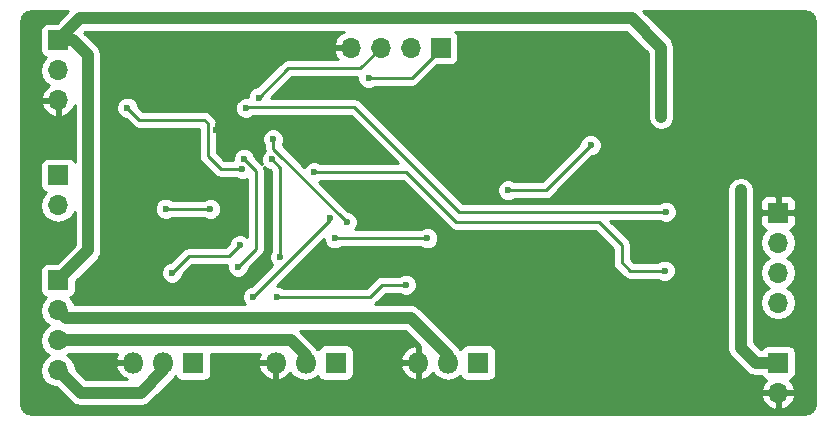
<source format=gbr>
%TF.GenerationSoftware,KiCad,Pcbnew,4.0.7-e2-6376~58~ubuntu17.04.1*%
%TF.CreationDate,2017-10-02T14:32:41+02:00*%
%TF.ProjectId,motion_led_pcb,6D6F74696F6E5F6C65645F7063622E6B,rev?*%
%TF.FileFunction,Copper,L2,Bot,Signal*%
%FSLAX46Y46*%
G04 Gerber Fmt 4.6, Leading zero omitted, Abs format (unit mm)*
G04 Created by KiCad (PCBNEW 4.0.7-e2-6376~58~ubuntu17.04.1) date Mon Oct  2 14:32:41 2017*
%MOMM*%
%LPD*%
G01*
G04 APERTURE LIST*
%ADD10C,0.100000*%
%ADD11R,1.700000X1.700000*%
%ADD12O,1.700000X1.700000*%
%ADD13R,1.800000X1.800000*%
%ADD14O,1.800000X1.800000*%
%ADD15C,0.600000*%
%ADD16C,0.250000*%
%ADD17C,1.000000*%
%ADD18C,0.254000*%
G04 APERTURE END LIST*
D10*
D11*
X3810000Y12065000D03*
D12*
X3810000Y9525000D03*
X3810000Y6985000D03*
X3810000Y4445000D03*
D11*
X36195000Y31750000D03*
D12*
X33655000Y31750000D03*
X31115000Y31750000D03*
X28575000Y31750000D03*
D11*
X3810000Y32385000D03*
D12*
X3810000Y29845000D03*
X3810000Y27305000D03*
D11*
X64770000Y17780000D03*
D12*
X64770000Y15240000D03*
X64770000Y12700000D03*
X64770000Y10160000D03*
D13*
X39370000Y5080000D03*
D14*
X36830000Y5080000D03*
X34290000Y5080000D03*
D13*
X27305000Y5080000D03*
D14*
X24765000Y5080000D03*
X22225000Y5080000D03*
D13*
X15240000Y5080000D03*
D14*
X12700000Y5080000D03*
X10160000Y5080000D03*
D11*
X3810000Y20955000D03*
D12*
X3810000Y18415000D03*
D11*
X64770000Y5080000D03*
D12*
X64770000Y2540000D03*
D15*
X19558000Y22352000D03*
X19050000Y13208000D03*
X33274000Y11684000D03*
X22352000Y10668000D03*
X30099000Y29210000D03*
X41910000Y19685000D03*
X48895000Y23495000D03*
X17475200Y17272000D03*
X27076400Y28067000D03*
X44932600Y10058400D03*
X55219600Y1879600D03*
X55245000Y8280400D03*
X29210000Y18415000D03*
X19050000Y27305000D03*
X17145000Y24765000D03*
X64135000Y29845000D03*
X47625000Y23495000D03*
X52070000Y19685000D03*
X54864000Y25908000D03*
X61595000Y19685000D03*
X19710400Y26644600D03*
X55270400Y17856200D03*
X25476200Y21209000D03*
X55168800Y12877800D03*
X20802600Y27533600D03*
X19405600Y21513800D03*
X9677400Y26670000D03*
X28244800Y16992600D03*
X22021800Y24003000D03*
X21920200Y22301200D03*
X22631400Y14046200D03*
X26797000Y17297400D03*
X20320000Y10668000D03*
X16713200Y18084800D03*
X12928600Y18110200D03*
X19202400Y15011400D03*
X13462000Y12700000D03*
X35077400Y15621000D03*
X27228800Y15621000D03*
D16*
X20574000Y21336000D02*
X19558000Y22352000D01*
X20574000Y14732000D02*
X20574000Y21336000D01*
X19050000Y13208000D02*
X20574000Y14732000D01*
X31242000Y11684000D02*
X33274000Y11684000D01*
X30226000Y10668000D02*
X31242000Y11684000D01*
X22352000Y10668000D02*
X30226000Y10668000D01*
X33782000Y29210000D02*
X36195000Y31623000D01*
X32867600Y29210000D02*
X33782000Y29210000D01*
X30099000Y29210000D02*
X32867600Y29210000D01*
X36195000Y31623000D02*
X36195000Y31750000D01*
X45085000Y19685000D02*
X41910000Y19685000D01*
X48895000Y23495000D02*
X45085000Y19685000D01*
X19050000Y27305000D02*
X17145000Y25400000D01*
X17145000Y25400000D02*
X17145000Y24765000D01*
D17*
X5664200Y34239200D02*
X3810000Y32385000D01*
X52374800Y34239200D02*
X5664200Y34239200D01*
X54864000Y31750000D02*
X52374800Y34239200D01*
X54864000Y25908000D02*
X54864000Y31750000D01*
X3810000Y32385000D02*
X5080000Y32385000D01*
X5080000Y32385000D02*
X6350000Y31115000D01*
X6350000Y31115000D02*
X6350000Y14605000D01*
X6350000Y14605000D02*
X3810000Y12065000D01*
X62865000Y5080000D02*
X64770000Y5080000D01*
X61595000Y6350000D02*
X62865000Y5080000D01*
X61595000Y19685000D02*
X61595000Y6350000D01*
D16*
X19710400Y26644600D02*
X19786600Y26720800D01*
X19786600Y26720800D02*
X28905200Y26720800D01*
X28905200Y26720800D02*
X37769800Y17856200D01*
X37769800Y17856200D02*
X55270400Y17856200D01*
X25476200Y21209000D02*
X33299400Y21209000D01*
X33299400Y21209000D02*
X37515800Y16992600D01*
X37515800Y16992600D02*
X49606200Y16992600D01*
X49606200Y16992600D02*
X51536600Y15062200D01*
X51536600Y15062200D02*
X51536600Y13589000D01*
X51536600Y13589000D02*
X52247800Y12877800D01*
X52247800Y12877800D02*
X55168800Y12877800D01*
D17*
X36830000Y5080000D02*
X36830000Y5715000D01*
X36830000Y5715000D02*
X33655000Y8890000D01*
X33655000Y8890000D02*
X4445000Y8890000D01*
X4445000Y8890000D02*
X3810000Y9525000D01*
X24765000Y5080000D02*
X24765000Y5715000D01*
X24765000Y5715000D02*
X23495000Y6985000D01*
X23495000Y6985000D02*
X3810000Y6985000D01*
X12700000Y5080000D02*
X12700000Y4445000D01*
X12700000Y4445000D02*
X10795000Y2540000D01*
X10795000Y2540000D02*
X5715000Y2540000D01*
X5715000Y2540000D02*
X3810000Y4445000D01*
D16*
X20802600Y27533600D02*
X23291800Y30022800D01*
X23291800Y30022800D02*
X29387800Y30022800D01*
X29387800Y30022800D02*
X31115000Y31750000D01*
X17576800Y21513800D02*
X19405600Y21513800D01*
X16484600Y22606000D02*
X17576800Y21513800D01*
X16484600Y25349200D02*
X16484600Y22606000D01*
X16179800Y25654000D02*
X16484600Y25349200D01*
X10693400Y25654000D02*
X16179800Y25654000D01*
X9677400Y26670000D02*
X10693400Y25654000D01*
X28244800Y16992600D02*
X22021800Y23215600D01*
X22021800Y23215600D02*
X22021800Y24003000D01*
X21920200Y22301200D02*
X22631400Y21590000D01*
X22631400Y21590000D02*
X22631400Y14046200D01*
X26797000Y17297400D02*
X26797000Y17145000D01*
X26797000Y17145000D02*
X20320000Y10668000D01*
X16713200Y18084800D02*
X16687800Y18110200D01*
X16687800Y18110200D02*
X12928600Y18110200D01*
X19202400Y15011400D02*
X18288000Y14097000D01*
X18288000Y14097000D02*
X14859000Y14097000D01*
X14859000Y14097000D02*
X13462000Y12700000D01*
X35077400Y15621000D02*
X27228800Y15621000D01*
D18*
G36*
X3702308Y33882440D02*
X2960000Y33882440D01*
X2724683Y33838162D01*
X2508559Y33699090D01*
X2363569Y33486890D01*
X2312560Y33235000D01*
X2312560Y31535000D01*
X2356838Y31299683D01*
X2495910Y31083559D01*
X2708110Y30938569D01*
X2775541Y30924914D01*
X2730853Y30895054D01*
X2408946Y30413285D01*
X2295907Y29845000D01*
X2408946Y29276715D01*
X2730853Y28794946D01*
X3071553Y28567298D01*
X2928642Y28500183D01*
X2538355Y28071924D01*
X2368524Y27661890D01*
X2489845Y27432000D01*
X3683000Y27432000D01*
X3683000Y27452000D01*
X3937000Y27452000D01*
X3937000Y27432000D01*
X3957000Y27432000D01*
X3957000Y27178000D01*
X3937000Y27178000D01*
X3937000Y25984181D01*
X4166892Y25863514D01*
X4691358Y26109817D01*
X5081645Y26538076D01*
X5215000Y26860044D01*
X5215000Y22115163D01*
X5124090Y22256441D01*
X4911890Y22401431D01*
X4660000Y22452440D01*
X2960000Y22452440D01*
X2724683Y22408162D01*
X2508559Y22269090D01*
X2363569Y22056890D01*
X2312560Y21805000D01*
X2312560Y20105000D01*
X2356838Y19869683D01*
X2495910Y19653559D01*
X2708110Y19508569D01*
X2775541Y19494914D01*
X2730853Y19465054D01*
X2408946Y18983285D01*
X2295907Y18415000D01*
X2408946Y17846715D01*
X2730853Y17364946D01*
X3212622Y17043039D01*
X3780907Y16930000D01*
X3839093Y16930000D01*
X4407378Y17043039D01*
X4889147Y17364946D01*
X5211054Y17846715D01*
X5215000Y17866553D01*
X5215000Y15075133D01*
X3702308Y13562440D01*
X2960000Y13562440D01*
X2724683Y13518162D01*
X2508559Y13379090D01*
X2363569Y13166890D01*
X2312560Y12915000D01*
X2312560Y11215000D01*
X2356838Y10979683D01*
X2495910Y10763559D01*
X2708110Y10618569D01*
X2775541Y10604914D01*
X2730853Y10575054D01*
X2408946Y10093285D01*
X2295907Y9525000D01*
X2408946Y8956715D01*
X2730853Y8474946D01*
X3060026Y8255000D01*
X2730853Y8035054D01*
X2408946Y7553285D01*
X2295907Y6985000D01*
X2408946Y6416715D01*
X2730853Y5934946D01*
X3060026Y5715000D01*
X2730853Y5495054D01*
X2408946Y5013285D01*
X2295907Y4445000D01*
X2408946Y3876715D01*
X2730853Y3394946D01*
X3212622Y3073039D01*
X3667263Y2982605D01*
X4912434Y1737434D01*
X5280654Y1491397D01*
X5715000Y1405000D01*
X10795000Y1405000D01*
X11229346Y1491397D01*
X11597566Y1737434D01*
X12043242Y2183110D01*
X63328524Y2183110D01*
X63498355Y1773076D01*
X63888642Y1344817D01*
X64413108Y1098514D01*
X64643000Y1219181D01*
X64643000Y2413000D01*
X64897000Y2413000D01*
X64897000Y1219181D01*
X65126892Y1098514D01*
X65651358Y1344817D01*
X66041645Y1773076D01*
X66211476Y2183110D01*
X66090155Y2413000D01*
X64897000Y2413000D01*
X64643000Y2413000D01*
X63449845Y2413000D01*
X63328524Y2183110D01*
X12043242Y2183110D01*
X13502566Y3642434D01*
X13593522Y3778559D01*
X13675272Y3900906D01*
X13738026Y3942837D01*
X13875910Y3728559D01*
X14088110Y3583569D01*
X14340000Y3532560D01*
X16140000Y3532560D01*
X16375317Y3576838D01*
X16591441Y3715910D01*
X16736431Y3928110D01*
X16787440Y4180000D01*
X16787440Y4715260D01*
X20733964Y4715260D01*
X20912760Y4283583D01*
X21317424Y3842034D01*
X21860258Y3588954D01*
X22098000Y3709003D01*
X22098000Y4953000D01*
X20854622Y4953000D01*
X20733964Y4715260D01*
X16787440Y4715260D01*
X16787440Y5850000D01*
X20901818Y5850000D01*
X20733964Y5444740D01*
X20854622Y5207000D01*
X22098000Y5207000D01*
X22098000Y5227000D01*
X22352000Y5227000D01*
X22352000Y5207000D01*
X22372000Y5207000D01*
X22372000Y4953000D01*
X22352000Y4953000D01*
X22352000Y3709003D01*
X22589742Y3588954D01*
X23132576Y3842034D01*
X23490499Y4232582D01*
X23649519Y3994591D01*
X24147509Y3661845D01*
X24734928Y3545000D01*
X24795072Y3545000D01*
X25382491Y3661845D01*
X25803026Y3942837D01*
X25940910Y3728559D01*
X26153110Y3583569D01*
X26405000Y3532560D01*
X28205000Y3532560D01*
X28440317Y3576838D01*
X28656441Y3715910D01*
X28801431Y3928110D01*
X28852440Y4180000D01*
X28852440Y4715260D01*
X32798964Y4715260D01*
X32977760Y4283583D01*
X33382424Y3842034D01*
X33925258Y3588954D01*
X34163000Y3709003D01*
X34163000Y4953000D01*
X32919622Y4953000D01*
X32798964Y4715260D01*
X28852440Y4715260D01*
X28852440Y5444740D01*
X32798964Y5444740D01*
X32919622Y5207000D01*
X34163000Y5207000D01*
X34163000Y6450997D01*
X33925258Y6571046D01*
X33382424Y6317966D01*
X32977760Y5876417D01*
X32798964Y5444740D01*
X28852440Y5444740D01*
X28852440Y5980000D01*
X28808162Y6215317D01*
X28669090Y6431441D01*
X28456890Y6576431D01*
X28205000Y6627440D01*
X26405000Y6627440D01*
X26169683Y6583162D01*
X25953559Y6444090D01*
X25808569Y6231890D01*
X25805281Y6215656D01*
X25740272Y6259094D01*
X25567566Y6517566D01*
X24330132Y7755000D01*
X33184868Y7755000D01*
X34464756Y6475112D01*
X34417000Y6450997D01*
X34417000Y5207000D01*
X34437000Y5207000D01*
X34437000Y4953000D01*
X34417000Y4953000D01*
X34417000Y3709003D01*
X34654742Y3588954D01*
X35197576Y3842034D01*
X35555499Y4232582D01*
X35714519Y3994591D01*
X36212509Y3661845D01*
X36799928Y3545000D01*
X36860072Y3545000D01*
X37447491Y3661845D01*
X37868026Y3942837D01*
X38005910Y3728559D01*
X38218110Y3583569D01*
X38470000Y3532560D01*
X40270000Y3532560D01*
X40505317Y3576838D01*
X40721441Y3715910D01*
X40866431Y3928110D01*
X40917440Y4180000D01*
X40917440Y5980000D01*
X40873162Y6215317D01*
X40734090Y6431441D01*
X40521890Y6576431D01*
X40270000Y6627440D01*
X38470000Y6627440D01*
X38234683Y6583162D01*
X38018559Y6444090D01*
X37873569Y6231890D01*
X37870281Y6215656D01*
X37805272Y6259094D01*
X37632566Y6517566D01*
X34457566Y9692566D01*
X34396810Y9733162D01*
X34089346Y9938603D01*
X33655000Y10025000D01*
X30605360Y10025000D01*
X30763401Y10130599D01*
X31556802Y10924000D01*
X32711537Y10924000D01*
X32743673Y10891808D01*
X33087201Y10749162D01*
X33459167Y10748838D01*
X33802943Y10890883D01*
X34066192Y11153673D01*
X34208838Y11497201D01*
X34209162Y11869167D01*
X34067117Y12212943D01*
X33804327Y12476192D01*
X33460799Y12618838D01*
X33088833Y12619162D01*
X32745057Y12477117D01*
X32711882Y12444000D01*
X31242000Y12444000D01*
X30951161Y12386148D01*
X30704599Y12221401D01*
X29911198Y11428000D01*
X22914463Y11428000D01*
X22882327Y11460192D01*
X22538799Y11602838D01*
X22329822Y11603020D01*
X26293752Y15566950D01*
X26293638Y15435833D01*
X26435683Y15092057D01*
X26698473Y14828808D01*
X27042001Y14686162D01*
X27413967Y14685838D01*
X27757743Y14827883D01*
X27790918Y14861000D01*
X34514937Y14861000D01*
X34547073Y14828808D01*
X34890601Y14686162D01*
X35262567Y14685838D01*
X35606343Y14827883D01*
X35869592Y15090673D01*
X36012238Y15434201D01*
X36012562Y15806167D01*
X35870517Y16149943D01*
X35607727Y16413192D01*
X35264199Y16555838D01*
X34892233Y16556162D01*
X34548457Y16414117D01*
X34515282Y16381000D01*
X28955577Y16381000D01*
X29036992Y16462273D01*
X29179638Y16805801D01*
X29179962Y17177767D01*
X29037917Y17521543D01*
X28775127Y17784792D01*
X28431599Y17927438D01*
X28384723Y17927479D01*
X25928137Y20384065D01*
X26005143Y20415883D01*
X26038318Y20449000D01*
X32984598Y20449000D01*
X36978399Y16455199D01*
X37224961Y16290452D01*
X37515800Y16232600D01*
X49291398Y16232600D01*
X50776600Y14747398D01*
X50776600Y13589000D01*
X50834452Y13298161D01*
X50999199Y13051599D01*
X51710399Y12340399D01*
X51956961Y12175652D01*
X52247800Y12117800D01*
X54606337Y12117800D01*
X54638473Y12085608D01*
X54982001Y11942962D01*
X55353967Y11942638D01*
X55697743Y12084683D01*
X55960992Y12347473D01*
X56103638Y12691001D01*
X56103962Y13062967D01*
X55961917Y13406743D01*
X55699127Y13669992D01*
X55355599Y13812638D01*
X54983633Y13812962D01*
X54639857Y13670917D01*
X54606682Y13637800D01*
X52562602Y13637800D01*
X52296600Y13903802D01*
X52296600Y15062200D01*
X52238748Y15353039D01*
X52074001Y15599601D01*
X50577402Y17096200D01*
X54707937Y17096200D01*
X54740073Y17064008D01*
X55083601Y16921362D01*
X55455567Y16921038D01*
X55799343Y17063083D01*
X56062592Y17325873D01*
X56205238Y17669401D01*
X56205562Y18041367D01*
X56063517Y18385143D01*
X55800727Y18648392D01*
X55457199Y18791038D01*
X55085233Y18791362D01*
X54741457Y18649317D01*
X54708282Y18616200D01*
X38084602Y18616200D01*
X37200969Y19499833D01*
X40974838Y19499833D01*
X41116883Y19156057D01*
X41379673Y18892808D01*
X41723201Y18750162D01*
X42095167Y18749838D01*
X42438943Y18891883D01*
X42472118Y18925000D01*
X45085000Y18925000D01*
X45375839Y18982852D01*
X45622401Y19147599D01*
X46159802Y19685000D01*
X60460000Y19685000D01*
X60460000Y6350000D01*
X60546397Y5915654D01*
X60590266Y5850000D01*
X60792434Y5547434D01*
X62062434Y4277434D01*
X62430654Y4031397D01*
X62865000Y3945000D01*
X63348808Y3945000D01*
X63455910Y3778559D01*
X63668110Y3633569D01*
X63776107Y3611699D01*
X63498355Y3306924D01*
X63328524Y2896890D01*
X63449845Y2667000D01*
X64643000Y2667000D01*
X64643000Y2687000D01*
X64897000Y2687000D01*
X64897000Y2667000D01*
X66090155Y2667000D01*
X66211476Y2896890D01*
X66041645Y3306924D01*
X65765499Y3609937D01*
X65855317Y3626838D01*
X66071441Y3765910D01*
X66216431Y3978110D01*
X66267440Y4230000D01*
X66267440Y5930000D01*
X66223162Y6165317D01*
X66084090Y6381441D01*
X65871890Y6526431D01*
X65620000Y6577440D01*
X63920000Y6577440D01*
X63684683Y6533162D01*
X63468559Y6394090D01*
X63346192Y6215000D01*
X63335132Y6215000D01*
X62730000Y6820132D01*
X62730000Y15240000D01*
X63255907Y15240000D01*
X63368946Y14671715D01*
X63690853Y14189946D01*
X64020026Y13970000D01*
X63690853Y13750054D01*
X63368946Y13268285D01*
X63255907Y12700000D01*
X63368946Y12131715D01*
X63690853Y11649946D01*
X64020026Y11430000D01*
X63690853Y11210054D01*
X63368946Y10728285D01*
X63255907Y10160000D01*
X63368946Y9591715D01*
X63690853Y9109946D01*
X64172622Y8788039D01*
X64740907Y8675000D01*
X64799093Y8675000D01*
X65367378Y8788039D01*
X65849147Y9109946D01*
X66171054Y9591715D01*
X66284093Y10160000D01*
X66171054Y10728285D01*
X65849147Y11210054D01*
X65519974Y11430000D01*
X65849147Y11649946D01*
X66171054Y12131715D01*
X66284093Y12700000D01*
X66171054Y13268285D01*
X65849147Y13750054D01*
X65519974Y13970000D01*
X65849147Y14189946D01*
X66171054Y14671715D01*
X66284093Y15240000D01*
X66171054Y15808285D01*
X65849147Y16290054D01*
X65805223Y16319403D01*
X65979698Y16391673D01*
X66158327Y16570301D01*
X66255000Y16803690D01*
X66255000Y17494250D01*
X66096250Y17653000D01*
X64897000Y17653000D01*
X64897000Y17633000D01*
X64643000Y17633000D01*
X64643000Y17653000D01*
X63443750Y17653000D01*
X63285000Y17494250D01*
X63285000Y16803690D01*
X63381673Y16570301D01*
X63560302Y16391673D01*
X63734777Y16319403D01*
X63690853Y16290054D01*
X63368946Y15808285D01*
X63255907Y15240000D01*
X62730000Y15240000D01*
X62730000Y18756310D01*
X63285000Y18756310D01*
X63285000Y18065750D01*
X63443750Y17907000D01*
X64643000Y17907000D01*
X64643000Y19106250D01*
X64897000Y19106250D01*
X64897000Y17907000D01*
X66096250Y17907000D01*
X66255000Y18065750D01*
X66255000Y18756310D01*
X66158327Y18989699D01*
X65979698Y19168327D01*
X65746309Y19265000D01*
X65055750Y19265000D01*
X64897000Y19106250D01*
X64643000Y19106250D01*
X64484250Y19265000D01*
X63793691Y19265000D01*
X63560302Y19168327D01*
X63381673Y18989699D01*
X63285000Y18756310D01*
X62730000Y18756310D01*
X62730000Y19685000D01*
X62643603Y20119346D01*
X62397566Y20487566D01*
X62029346Y20733603D01*
X61595000Y20820000D01*
X61160654Y20733603D01*
X60792434Y20487566D01*
X60546397Y20119346D01*
X60460000Y19685000D01*
X46159802Y19685000D01*
X49034680Y22559878D01*
X49080167Y22559838D01*
X49423943Y22701883D01*
X49687192Y22964673D01*
X49829838Y23308201D01*
X49830162Y23680167D01*
X49688117Y24023943D01*
X49425327Y24287192D01*
X49081799Y24429838D01*
X48709833Y24430162D01*
X48366057Y24288117D01*
X48102808Y24025327D01*
X47960162Y23681799D01*
X47960121Y23634923D01*
X44770198Y20445000D01*
X42472463Y20445000D01*
X42440327Y20477192D01*
X42096799Y20619838D01*
X41724833Y20620162D01*
X41381057Y20478117D01*
X41117808Y20215327D01*
X40975162Y19871799D01*
X40974838Y19499833D01*
X37200969Y19499833D01*
X29442601Y27258201D01*
X29196039Y27422948D01*
X28905200Y27480800D01*
X21824602Y27480800D01*
X23606602Y29262800D01*
X29164045Y29262800D01*
X29163838Y29024833D01*
X29305883Y28681057D01*
X29568673Y28417808D01*
X29912201Y28275162D01*
X30284167Y28274838D01*
X30627943Y28416883D01*
X30661118Y28450000D01*
X33782000Y28450000D01*
X34072839Y28507852D01*
X34319401Y28672599D01*
X35899362Y30252560D01*
X37045000Y30252560D01*
X37280317Y30296838D01*
X37496441Y30435910D01*
X37641431Y30648110D01*
X37692440Y30900000D01*
X37692440Y32600000D01*
X37648162Y32835317D01*
X37509090Y33051441D01*
X37431875Y33104200D01*
X51904668Y33104200D01*
X53729000Y31279868D01*
X53729000Y25908000D01*
X53815397Y25473654D01*
X54061434Y25105434D01*
X54429654Y24859397D01*
X54864000Y24773000D01*
X55298346Y24859397D01*
X55666566Y25105434D01*
X55912603Y25473654D01*
X55999000Y25908000D01*
X55999000Y31750000D01*
X55912603Y32184346D01*
X55666566Y32552566D01*
X53369132Y34850000D01*
X66986073Y34850000D01*
X67362182Y34775186D01*
X67621749Y34601750D01*
X67795188Y34342180D01*
X67870000Y33966073D01*
X67870000Y1593927D01*
X67795188Y1217820D01*
X67621749Y958250D01*
X67362182Y784814D01*
X66986073Y710000D01*
X1593927Y710000D01*
X1217820Y784812D01*
X958250Y958251D01*
X784814Y1217818D01*
X710000Y1593927D01*
X710000Y26948110D01*
X2368524Y26948110D01*
X2538355Y26538076D01*
X2928642Y26109817D01*
X3453108Y25863514D01*
X3683000Y25984181D01*
X3683000Y27178000D01*
X2489845Y27178000D01*
X2368524Y26948110D01*
X710000Y26948110D01*
X710000Y33966073D01*
X784814Y34342182D01*
X958250Y34601749D01*
X1217820Y34775188D01*
X1593927Y34850000D01*
X4669868Y34850000D01*
X3702308Y33882440D01*
X3702308Y33882440D01*
G37*
X3702308Y33882440D02*
X2960000Y33882440D01*
X2724683Y33838162D01*
X2508559Y33699090D01*
X2363569Y33486890D01*
X2312560Y33235000D01*
X2312560Y31535000D01*
X2356838Y31299683D01*
X2495910Y31083559D01*
X2708110Y30938569D01*
X2775541Y30924914D01*
X2730853Y30895054D01*
X2408946Y30413285D01*
X2295907Y29845000D01*
X2408946Y29276715D01*
X2730853Y28794946D01*
X3071553Y28567298D01*
X2928642Y28500183D01*
X2538355Y28071924D01*
X2368524Y27661890D01*
X2489845Y27432000D01*
X3683000Y27432000D01*
X3683000Y27452000D01*
X3937000Y27452000D01*
X3937000Y27432000D01*
X3957000Y27432000D01*
X3957000Y27178000D01*
X3937000Y27178000D01*
X3937000Y25984181D01*
X4166892Y25863514D01*
X4691358Y26109817D01*
X5081645Y26538076D01*
X5215000Y26860044D01*
X5215000Y22115163D01*
X5124090Y22256441D01*
X4911890Y22401431D01*
X4660000Y22452440D01*
X2960000Y22452440D01*
X2724683Y22408162D01*
X2508559Y22269090D01*
X2363569Y22056890D01*
X2312560Y21805000D01*
X2312560Y20105000D01*
X2356838Y19869683D01*
X2495910Y19653559D01*
X2708110Y19508569D01*
X2775541Y19494914D01*
X2730853Y19465054D01*
X2408946Y18983285D01*
X2295907Y18415000D01*
X2408946Y17846715D01*
X2730853Y17364946D01*
X3212622Y17043039D01*
X3780907Y16930000D01*
X3839093Y16930000D01*
X4407378Y17043039D01*
X4889147Y17364946D01*
X5211054Y17846715D01*
X5215000Y17866553D01*
X5215000Y15075133D01*
X3702308Y13562440D01*
X2960000Y13562440D01*
X2724683Y13518162D01*
X2508559Y13379090D01*
X2363569Y13166890D01*
X2312560Y12915000D01*
X2312560Y11215000D01*
X2356838Y10979683D01*
X2495910Y10763559D01*
X2708110Y10618569D01*
X2775541Y10604914D01*
X2730853Y10575054D01*
X2408946Y10093285D01*
X2295907Y9525000D01*
X2408946Y8956715D01*
X2730853Y8474946D01*
X3060026Y8255000D01*
X2730853Y8035054D01*
X2408946Y7553285D01*
X2295907Y6985000D01*
X2408946Y6416715D01*
X2730853Y5934946D01*
X3060026Y5715000D01*
X2730853Y5495054D01*
X2408946Y5013285D01*
X2295907Y4445000D01*
X2408946Y3876715D01*
X2730853Y3394946D01*
X3212622Y3073039D01*
X3667263Y2982605D01*
X4912434Y1737434D01*
X5280654Y1491397D01*
X5715000Y1405000D01*
X10795000Y1405000D01*
X11229346Y1491397D01*
X11597566Y1737434D01*
X12043242Y2183110D01*
X63328524Y2183110D01*
X63498355Y1773076D01*
X63888642Y1344817D01*
X64413108Y1098514D01*
X64643000Y1219181D01*
X64643000Y2413000D01*
X64897000Y2413000D01*
X64897000Y1219181D01*
X65126892Y1098514D01*
X65651358Y1344817D01*
X66041645Y1773076D01*
X66211476Y2183110D01*
X66090155Y2413000D01*
X64897000Y2413000D01*
X64643000Y2413000D01*
X63449845Y2413000D01*
X63328524Y2183110D01*
X12043242Y2183110D01*
X13502566Y3642434D01*
X13593522Y3778559D01*
X13675272Y3900906D01*
X13738026Y3942837D01*
X13875910Y3728559D01*
X14088110Y3583569D01*
X14340000Y3532560D01*
X16140000Y3532560D01*
X16375317Y3576838D01*
X16591441Y3715910D01*
X16736431Y3928110D01*
X16787440Y4180000D01*
X16787440Y4715260D01*
X20733964Y4715260D01*
X20912760Y4283583D01*
X21317424Y3842034D01*
X21860258Y3588954D01*
X22098000Y3709003D01*
X22098000Y4953000D01*
X20854622Y4953000D01*
X20733964Y4715260D01*
X16787440Y4715260D01*
X16787440Y5850000D01*
X20901818Y5850000D01*
X20733964Y5444740D01*
X20854622Y5207000D01*
X22098000Y5207000D01*
X22098000Y5227000D01*
X22352000Y5227000D01*
X22352000Y5207000D01*
X22372000Y5207000D01*
X22372000Y4953000D01*
X22352000Y4953000D01*
X22352000Y3709003D01*
X22589742Y3588954D01*
X23132576Y3842034D01*
X23490499Y4232582D01*
X23649519Y3994591D01*
X24147509Y3661845D01*
X24734928Y3545000D01*
X24795072Y3545000D01*
X25382491Y3661845D01*
X25803026Y3942837D01*
X25940910Y3728559D01*
X26153110Y3583569D01*
X26405000Y3532560D01*
X28205000Y3532560D01*
X28440317Y3576838D01*
X28656441Y3715910D01*
X28801431Y3928110D01*
X28852440Y4180000D01*
X28852440Y4715260D01*
X32798964Y4715260D01*
X32977760Y4283583D01*
X33382424Y3842034D01*
X33925258Y3588954D01*
X34163000Y3709003D01*
X34163000Y4953000D01*
X32919622Y4953000D01*
X32798964Y4715260D01*
X28852440Y4715260D01*
X28852440Y5444740D01*
X32798964Y5444740D01*
X32919622Y5207000D01*
X34163000Y5207000D01*
X34163000Y6450997D01*
X33925258Y6571046D01*
X33382424Y6317966D01*
X32977760Y5876417D01*
X32798964Y5444740D01*
X28852440Y5444740D01*
X28852440Y5980000D01*
X28808162Y6215317D01*
X28669090Y6431441D01*
X28456890Y6576431D01*
X28205000Y6627440D01*
X26405000Y6627440D01*
X26169683Y6583162D01*
X25953559Y6444090D01*
X25808569Y6231890D01*
X25805281Y6215656D01*
X25740272Y6259094D01*
X25567566Y6517566D01*
X24330132Y7755000D01*
X33184868Y7755000D01*
X34464756Y6475112D01*
X34417000Y6450997D01*
X34417000Y5207000D01*
X34437000Y5207000D01*
X34437000Y4953000D01*
X34417000Y4953000D01*
X34417000Y3709003D01*
X34654742Y3588954D01*
X35197576Y3842034D01*
X35555499Y4232582D01*
X35714519Y3994591D01*
X36212509Y3661845D01*
X36799928Y3545000D01*
X36860072Y3545000D01*
X37447491Y3661845D01*
X37868026Y3942837D01*
X38005910Y3728559D01*
X38218110Y3583569D01*
X38470000Y3532560D01*
X40270000Y3532560D01*
X40505317Y3576838D01*
X40721441Y3715910D01*
X40866431Y3928110D01*
X40917440Y4180000D01*
X40917440Y5980000D01*
X40873162Y6215317D01*
X40734090Y6431441D01*
X40521890Y6576431D01*
X40270000Y6627440D01*
X38470000Y6627440D01*
X38234683Y6583162D01*
X38018559Y6444090D01*
X37873569Y6231890D01*
X37870281Y6215656D01*
X37805272Y6259094D01*
X37632566Y6517566D01*
X34457566Y9692566D01*
X34396810Y9733162D01*
X34089346Y9938603D01*
X33655000Y10025000D01*
X30605360Y10025000D01*
X30763401Y10130599D01*
X31556802Y10924000D01*
X32711537Y10924000D01*
X32743673Y10891808D01*
X33087201Y10749162D01*
X33459167Y10748838D01*
X33802943Y10890883D01*
X34066192Y11153673D01*
X34208838Y11497201D01*
X34209162Y11869167D01*
X34067117Y12212943D01*
X33804327Y12476192D01*
X33460799Y12618838D01*
X33088833Y12619162D01*
X32745057Y12477117D01*
X32711882Y12444000D01*
X31242000Y12444000D01*
X30951161Y12386148D01*
X30704599Y12221401D01*
X29911198Y11428000D01*
X22914463Y11428000D01*
X22882327Y11460192D01*
X22538799Y11602838D01*
X22329822Y11603020D01*
X26293752Y15566950D01*
X26293638Y15435833D01*
X26435683Y15092057D01*
X26698473Y14828808D01*
X27042001Y14686162D01*
X27413967Y14685838D01*
X27757743Y14827883D01*
X27790918Y14861000D01*
X34514937Y14861000D01*
X34547073Y14828808D01*
X34890601Y14686162D01*
X35262567Y14685838D01*
X35606343Y14827883D01*
X35869592Y15090673D01*
X36012238Y15434201D01*
X36012562Y15806167D01*
X35870517Y16149943D01*
X35607727Y16413192D01*
X35264199Y16555838D01*
X34892233Y16556162D01*
X34548457Y16414117D01*
X34515282Y16381000D01*
X28955577Y16381000D01*
X29036992Y16462273D01*
X29179638Y16805801D01*
X29179962Y17177767D01*
X29037917Y17521543D01*
X28775127Y17784792D01*
X28431599Y17927438D01*
X28384723Y17927479D01*
X25928137Y20384065D01*
X26005143Y20415883D01*
X26038318Y20449000D01*
X32984598Y20449000D01*
X36978399Y16455199D01*
X37224961Y16290452D01*
X37515800Y16232600D01*
X49291398Y16232600D01*
X50776600Y14747398D01*
X50776600Y13589000D01*
X50834452Y13298161D01*
X50999199Y13051599D01*
X51710399Y12340399D01*
X51956961Y12175652D01*
X52247800Y12117800D01*
X54606337Y12117800D01*
X54638473Y12085608D01*
X54982001Y11942962D01*
X55353967Y11942638D01*
X55697743Y12084683D01*
X55960992Y12347473D01*
X56103638Y12691001D01*
X56103962Y13062967D01*
X55961917Y13406743D01*
X55699127Y13669992D01*
X55355599Y13812638D01*
X54983633Y13812962D01*
X54639857Y13670917D01*
X54606682Y13637800D01*
X52562602Y13637800D01*
X52296600Y13903802D01*
X52296600Y15062200D01*
X52238748Y15353039D01*
X52074001Y15599601D01*
X50577402Y17096200D01*
X54707937Y17096200D01*
X54740073Y17064008D01*
X55083601Y16921362D01*
X55455567Y16921038D01*
X55799343Y17063083D01*
X56062592Y17325873D01*
X56205238Y17669401D01*
X56205562Y18041367D01*
X56063517Y18385143D01*
X55800727Y18648392D01*
X55457199Y18791038D01*
X55085233Y18791362D01*
X54741457Y18649317D01*
X54708282Y18616200D01*
X38084602Y18616200D01*
X37200969Y19499833D01*
X40974838Y19499833D01*
X41116883Y19156057D01*
X41379673Y18892808D01*
X41723201Y18750162D01*
X42095167Y18749838D01*
X42438943Y18891883D01*
X42472118Y18925000D01*
X45085000Y18925000D01*
X45375839Y18982852D01*
X45622401Y19147599D01*
X46159802Y19685000D01*
X60460000Y19685000D01*
X60460000Y6350000D01*
X60546397Y5915654D01*
X60590266Y5850000D01*
X60792434Y5547434D01*
X62062434Y4277434D01*
X62430654Y4031397D01*
X62865000Y3945000D01*
X63348808Y3945000D01*
X63455910Y3778559D01*
X63668110Y3633569D01*
X63776107Y3611699D01*
X63498355Y3306924D01*
X63328524Y2896890D01*
X63449845Y2667000D01*
X64643000Y2667000D01*
X64643000Y2687000D01*
X64897000Y2687000D01*
X64897000Y2667000D01*
X66090155Y2667000D01*
X66211476Y2896890D01*
X66041645Y3306924D01*
X65765499Y3609937D01*
X65855317Y3626838D01*
X66071441Y3765910D01*
X66216431Y3978110D01*
X66267440Y4230000D01*
X66267440Y5930000D01*
X66223162Y6165317D01*
X66084090Y6381441D01*
X65871890Y6526431D01*
X65620000Y6577440D01*
X63920000Y6577440D01*
X63684683Y6533162D01*
X63468559Y6394090D01*
X63346192Y6215000D01*
X63335132Y6215000D01*
X62730000Y6820132D01*
X62730000Y15240000D01*
X63255907Y15240000D01*
X63368946Y14671715D01*
X63690853Y14189946D01*
X64020026Y13970000D01*
X63690853Y13750054D01*
X63368946Y13268285D01*
X63255907Y12700000D01*
X63368946Y12131715D01*
X63690853Y11649946D01*
X64020026Y11430000D01*
X63690853Y11210054D01*
X63368946Y10728285D01*
X63255907Y10160000D01*
X63368946Y9591715D01*
X63690853Y9109946D01*
X64172622Y8788039D01*
X64740907Y8675000D01*
X64799093Y8675000D01*
X65367378Y8788039D01*
X65849147Y9109946D01*
X66171054Y9591715D01*
X66284093Y10160000D01*
X66171054Y10728285D01*
X65849147Y11210054D01*
X65519974Y11430000D01*
X65849147Y11649946D01*
X66171054Y12131715D01*
X66284093Y12700000D01*
X66171054Y13268285D01*
X65849147Y13750054D01*
X65519974Y13970000D01*
X65849147Y14189946D01*
X66171054Y14671715D01*
X66284093Y15240000D01*
X66171054Y15808285D01*
X65849147Y16290054D01*
X65805223Y16319403D01*
X65979698Y16391673D01*
X66158327Y16570301D01*
X66255000Y16803690D01*
X66255000Y17494250D01*
X66096250Y17653000D01*
X64897000Y17653000D01*
X64897000Y17633000D01*
X64643000Y17633000D01*
X64643000Y17653000D01*
X63443750Y17653000D01*
X63285000Y17494250D01*
X63285000Y16803690D01*
X63381673Y16570301D01*
X63560302Y16391673D01*
X63734777Y16319403D01*
X63690853Y16290054D01*
X63368946Y15808285D01*
X63255907Y15240000D01*
X62730000Y15240000D01*
X62730000Y18756310D01*
X63285000Y18756310D01*
X63285000Y18065750D01*
X63443750Y17907000D01*
X64643000Y17907000D01*
X64643000Y19106250D01*
X64897000Y19106250D01*
X64897000Y17907000D01*
X66096250Y17907000D01*
X66255000Y18065750D01*
X66255000Y18756310D01*
X66158327Y18989699D01*
X65979698Y19168327D01*
X65746309Y19265000D01*
X65055750Y19265000D01*
X64897000Y19106250D01*
X64643000Y19106250D01*
X64484250Y19265000D01*
X63793691Y19265000D01*
X63560302Y19168327D01*
X63381673Y18989699D01*
X63285000Y18756310D01*
X62730000Y18756310D01*
X62730000Y19685000D01*
X62643603Y20119346D01*
X62397566Y20487566D01*
X62029346Y20733603D01*
X61595000Y20820000D01*
X61160654Y20733603D01*
X60792434Y20487566D01*
X60546397Y20119346D01*
X60460000Y19685000D01*
X46159802Y19685000D01*
X49034680Y22559878D01*
X49080167Y22559838D01*
X49423943Y22701883D01*
X49687192Y22964673D01*
X49829838Y23308201D01*
X49830162Y23680167D01*
X49688117Y24023943D01*
X49425327Y24287192D01*
X49081799Y24429838D01*
X48709833Y24430162D01*
X48366057Y24288117D01*
X48102808Y24025327D01*
X47960162Y23681799D01*
X47960121Y23634923D01*
X44770198Y20445000D01*
X42472463Y20445000D01*
X42440327Y20477192D01*
X42096799Y20619838D01*
X41724833Y20620162D01*
X41381057Y20478117D01*
X41117808Y20215327D01*
X40975162Y19871799D01*
X40974838Y19499833D01*
X37200969Y19499833D01*
X29442601Y27258201D01*
X29196039Y27422948D01*
X28905200Y27480800D01*
X21824602Y27480800D01*
X23606602Y29262800D01*
X29164045Y29262800D01*
X29163838Y29024833D01*
X29305883Y28681057D01*
X29568673Y28417808D01*
X29912201Y28275162D01*
X30284167Y28274838D01*
X30627943Y28416883D01*
X30661118Y28450000D01*
X33782000Y28450000D01*
X34072839Y28507852D01*
X34319401Y28672599D01*
X35899362Y30252560D01*
X37045000Y30252560D01*
X37280317Y30296838D01*
X37496441Y30435910D01*
X37641431Y30648110D01*
X37692440Y30900000D01*
X37692440Y32600000D01*
X37648162Y32835317D01*
X37509090Y33051441D01*
X37431875Y33104200D01*
X51904668Y33104200D01*
X53729000Y31279868D01*
X53729000Y25908000D01*
X53815397Y25473654D01*
X54061434Y25105434D01*
X54429654Y24859397D01*
X54864000Y24773000D01*
X55298346Y24859397D01*
X55666566Y25105434D01*
X55912603Y25473654D01*
X55999000Y25908000D01*
X55999000Y31750000D01*
X55912603Y32184346D01*
X55666566Y32552566D01*
X53369132Y34850000D01*
X66986073Y34850000D01*
X67362182Y34775186D01*
X67621749Y34601750D01*
X67795188Y34342180D01*
X67870000Y33966073D01*
X67870000Y1593927D01*
X67795188Y1217820D01*
X67621749Y958250D01*
X67362182Y784814D01*
X66986073Y710000D01*
X1593927Y710000D01*
X1217820Y784812D01*
X958250Y958251D01*
X784814Y1217818D01*
X710000Y1593927D01*
X710000Y26948110D01*
X2368524Y26948110D01*
X2538355Y26538076D01*
X2928642Y26109817D01*
X3453108Y25863514D01*
X3683000Y25984181D01*
X3683000Y27178000D01*
X2489845Y27178000D01*
X2368524Y26948110D01*
X710000Y26948110D01*
X710000Y33966073D01*
X784814Y34342182D01*
X958250Y34601749D01*
X1217820Y34775188D01*
X1593927Y34850000D01*
X4669868Y34850000D01*
X3702308Y33882440D01*
G36*
X8668964Y5444740D02*
X8789622Y5207000D01*
X10033000Y5207000D01*
X10033000Y5227000D01*
X10287000Y5227000D01*
X10287000Y5207000D01*
X10307000Y5207000D01*
X10307000Y4953000D01*
X10287000Y4953000D01*
X10287000Y4933000D01*
X10033000Y4933000D01*
X10033000Y4953000D01*
X8789622Y4953000D01*
X8668964Y4715260D01*
X8847760Y4283583D01*
X9252424Y3842034D01*
X9610697Y3675000D01*
X6185132Y3675000D01*
X5301488Y4558644D01*
X5211054Y5013285D01*
X4889147Y5495054D01*
X4559974Y5715000D01*
X4762016Y5850000D01*
X8836818Y5850000D01*
X8668964Y5444740D01*
X8668964Y5444740D01*
G37*
X8668964Y5444740D02*
X8789622Y5207000D01*
X10033000Y5207000D01*
X10033000Y5227000D01*
X10287000Y5227000D01*
X10287000Y5207000D01*
X10307000Y5207000D01*
X10307000Y4953000D01*
X10287000Y4953000D01*
X10287000Y4933000D01*
X10033000Y4933000D01*
X10033000Y4953000D01*
X8789622Y4953000D01*
X8668964Y4715260D01*
X8847760Y4283583D01*
X9252424Y3842034D01*
X9610697Y3675000D01*
X6185132Y3675000D01*
X5301488Y4558644D01*
X5211054Y5013285D01*
X4889147Y5495054D01*
X4559974Y5715000D01*
X4762016Y5850000D01*
X8836818Y5850000D01*
X8668964Y5444740D01*
G36*
X27808076Y33021645D02*
X27379817Y32631358D01*
X27133514Y32106892D01*
X27254181Y31877000D01*
X28448000Y31877000D01*
X28448000Y31897000D01*
X28702000Y31897000D01*
X28702000Y31877000D01*
X28722000Y31877000D01*
X28722000Y31623000D01*
X28702000Y31623000D01*
X28702000Y31603000D01*
X28448000Y31603000D01*
X28448000Y31623000D01*
X27254181Y31623000D01*
X27133514Y31393108D01*
X27379817Y30868642D01*
X27474011Y30782800D01*
X23291800Y30782800D01*
X23000960Y30724948D01*
X22754399Y30560201D01*
X20662920Y28468722D01*
X20617433Y28468762D01*
X20273657Y28326717D01*
X20010408Y28063927D01*
X19867762Y27720399D01*
X19867639Y27579464D01*
X19525233Y27579762D01*
X19181457Y27437717D01*
X18918208Y27174927D01*
X18775562Y26831399D01*
X18775238Y26459433D01*
X18917283Y26115657D01*
X19180073Y25852408D01*
X19523601Y25709762D01*
X19895567Y25709438D01*
X20239343Y25851483D01*
X20348851Y25960800D01*
X28590398Y25960800D01*
X32582198Y21969000D01*
X26038663Y21969000D01*
X26006527Y22001192D01*
X25662999Y22143838D01*
X25291033Y22144162D01*
X24947257Y22002117D01*
X24684008Y21739327D01*
X24651401Y21660801D01*
X22821485Y23490717D01*
X22956638Y23816201D01*
X22956962Y24188167D01*
X22814917Y24531943D01*
X22552127Y24795192D01*
X22208599Y24937838D01*
X21836633Y24938162D01*
X21492857Y24796117D01*
X21229608Y24533327D01*
X21086962Y24189799D01*
X21086638Y23817833D01*
X21228683Y23474057D01*
X21261800Y23440882D01*
X21261800Y23215600D01*
X21303375Y23006589D01*
X21128008Y22831527D01*
X20985362Y22487999D01*
X20985038Y22116033D01*
X21066907Y21917895D01*
X20493122Y22491680D01*
X20493162Y22537167D01*
X20351117Y22880943D01*
X20088327Y23144192D01*
X19744799Y23286838D01*
X19372833Y23287162D01*
X19029057Y23145117D01*
X18765808Y22882327D01*
X18623162Y22538799D01*
X18622931Y22273800D01*
X17891602Y22273800D01*
X17244600Y22920802D01*
X17244600Y25349200D01*
X17186748Y25640039D01*
X17186748Y25640040D01*
X17022001Y25886601D01*
X16717201Y26191401D01*
X16470639Y26356148D01*
X16179800Y26414000D01*
X11008202Y26414000D01*
X10612522Y26809680D01*
X10612562Y26855167D01*
X10470517Y27198943D01*
X10207727Y27462192D01*
X9864199Y27604838D01*
X9492233Y27605162D01*
X9148457Y27463117D01*
X8885208Y27200327D01*
X8742562Y26856799D01*
X8742238Y26484833D01*
X8884283Y26141057D01*
X9147073Y25877808D01*
X9490601Y25735162D01*
X9537477Y25735121D01*
X10155999Y25116599D01*
X10402561Y24951852D01*
X10693400Y24894000D01*
X15724600Y24894000D01*
X15724600Y22606000D01*
X15782452Y22315161D01*
X15947199Y22068599D01*
X17039399Y20976399D01*
X17285961Y20811652D01*
X17576800Y20753800D01*
X18843137Y20753800D01*
X18875273Y20721608D01*
X19218801Y20578962D01*
X19590767Y20578638D01*
X19814000Y20670876D01*
X19814000Y15722177D01*
X19732727Y15803592D01*
X19389199Y15946238D01*
X19017233Y15946562D01*
X18673457Y15804517D01*
X18410208Y15541727D01*
X18267562Y15198199D01*
X18267521Y15151323D01*
X17973198Y14857000D01*
X14859000Y14857000D01*
X14568160Y14799148D01*
X14321599Y14634401D01*
X13322320Y13635122D01*
X13276833Y13635162D01*
X12933057Y13493117D01*
X12669808Y13230327D01*
X12527162Y12886799D01*
X12526838Y12514833D01*
X12668883Y12171057D01*
X12931673Y11907808D01*
X13275201Y11765162D01*
X13647167Y11764838D01*
X13990943Y11906883D01*
X14254192Y12169673D01*
X14396838Y12513201D01*
X14396879Y12560077D01*
X15173802Y13337000D01*
X18115112Y13337000D01*
X18114838Y13022833D01*
X18256883Y12679057D01*
X18519673Y12415808D01*
X18863201Y12273162D01*
X19235167Y12272838D01*
X19578943Y12414883D01*
X19842192Y12677673D01*
X19984838Y13021201D01*
X19984879Y13068077D01*
X21111401Y14194599D01*
X21276148Y14441160D01*
X21303074Y14576527D01*
X21334000Y14732000D01*
X21334000Y21336000D01*
X21277119Y21621959D01*
X21389873Y21509008D01*
X21733401Y21366362D01*
X21780277Y21366321D01*
X21871400Y21275198D01*
X21871400Y14608663D01*
X21839208Y14576527D01*
X21696562Y14232999D01*
X21696238Y13861033D01*
X21838283Y13517257D01*
X21966257Y13389059D01*
X20180320Y11603122D01*
X20134833Y11603162D01*
X19791057Y11461117D01*
X19527808Y11198327D01*
X19385162Y10854799D01*
X19384838Y10482833D01*
X19526883Y10139057D01*
X19640741Y10025000D01*
X5224637Y10025000D01*
X5211054Y10093285D01*
X4889147Y10575054D01*
X4847548Y10602850D01*
X4895317Y10611838D01*
X5111441Y10750910D01*
X5256431Y10963110D01*
X5307440Y11215000D01*
X5307440Y11957308D01*
X7152566Y13802433D01*
X7398603Y14170654D01*
X7408261Y14219208D01*
X7485000Y14605000D01*
X7485000Y17925033D01*
X11993438Y17925033D01*
X12135483Y17581257D01*
X12398273Y17318008D01*
X12741801Y17175362D01*
X13113767Y17175038D01*
X13457543Y17317083D01*
X13490718Y17350200D01*
X16125381Y17350200D01*
X16182873Y17292608D01*
X16526401Y17149962D01*
X16898367Y17149638D01*
X17242143Y17291683D01*
X17505392Y17554473D01*
X17648038Y17898001D01*
X17648362Y18269967D01*
X17506317Y18613743D01*
X17243527Y18876992D01*
X16899999Y19019638D01*
X16528033Y19019962D01*
X16184257Y18877917D01*
X16176527Y18870200D01*
X13491063Y18870200D01*
X13458927Y18902392D01*
X13115399Y19045038D01*
X12743433Y19045362D01*
X12399657Y18903317D01*
X12136408Y18640527D01*
X11993762Y18296999D01*
X11993438Y17925033D01*
X7485000Y17925033D01*
X7485000Y31115000D01*
X7398603Y31549346D01*
X7152566Y31917566D01*
X6050132Y33020000D01*
X6134332Y33104200D01*
X28007394Y33104200D01*
X27808076Y33021645D01*
X27808076Y33021645D01*
G37*
X27808076Y33021645D02*
X27379817Y32631358D01*
X27133514Y32106892D01*
X27254181Y31877000D01*
X28448000Y31877000D01*
X28448000Y31897000D01*
X28702000Y31897000D01*
X28702000Y31877000D01*
X28722000Y31877000D01*
X28722000Y31623000D01*
X28702000Y31623000D01*
X28702000Y31603000D01*
X28448000Y31603000D01*
X28448000Y31623000D01*
X27254181Y31623000D01*
X27133514Y31393108D01*
X27379817Y30868642D01*
X27474011Y30782800D01*
X23291800Y30782800D01*
X23000960Y30724948D01*
X22754399Y30560201D01*
X20662920Y28468722D01*
X20617433Y28468762D01*
X20273657Y28326717D01*
X20010408Y28063927D01*
X19867762Y27720399D01*
X19867639Y27579464D01*
X19525233Y27579762D01*
X19181457Y27437717D01*
X18918208Y27174927D01*
X18775562Y26831399D01*
X18775238Y26459433D01*
X18917283Y26115657D01*
X19180073Y25852408D01*
X19523601Y25709762D01*
X19895567Y25709438D01*
X20239343Y25851483D01*
X20348851Y25960800D01*
X28590398Y25960800D01*
X32582198Y21969000D01*
X26038663Y21969000D01*
X26006527Y22001192D01*
X25662999Y22143838D01*
X25291033Y22144162D01*
X24947257Y22002117D01*
X24684008Y21739327D01*
X24651401Y21660801D01*
X22821485Y23490717D01*
X22956638Y23816201D01*
X22956962Y24188167D01*
X22814917Y24531943D01*
X22552127Y24795192D01*
X22208599Y24937838D01*
X21836633Y24938162D01*
X21492857Y24796117D01*
X21229608Y24533327D01*
X21086962Y24189799D01*
X21086638Y23817833D01*
X21228683Y23474057D01*
X21261800Y23440882D01*
X21261800Y23215600D01*
X21303375Y23006589D01*
X21128008Y22831527D01*
X20985362Y22487999D01*
X20985038Y22116033D01*
X21066907Y21917895D01*
X20493122Y22491680D01*
X20493162Y22537167D01*
X20351117Y22880943D01*
X20088327Y23144192D01*
X19744799Y23286838D01*
X19372833Y23287162D01*
X19029057Y23145117D01*
X18765808Y22882327D01*
X18623162Y22538799D01*
X18622931Y22273800D01*
X17891602Y22273800D01*
X17244600Y22920802D01*
X17244600Y25349200D01*
X17186748Y25640039D01*
X17186748Y25640040D01*
X17022001Y25886601D01*
X16717201Y26191401D01*
X16470639Y26356148D01*
X16179800Y26414000D01*
X11008202Y26414000D01*
X10612522Y26809680D01*
X10612562Y26855167D01*
X10470517Y27198943D01*
X10207727Y27462192D01*
X9864199Y27604838D01*
X9492233Y27605162D01*
X9148457Y27463117D01*
X8885208Y27200327D01*
X8742562Y26856799D01*
X8742238Y26484833D01*
X8884283Y26141057D01*
X9147073Y25877808D01*
X9490601Y25735162D01*
X9537477Y25735121D01*
X10155999Y25116599D01*
X10402561Y24951852D01*
X10693400Y24894000D01*
X15724600Y24894000D01*
X15724600Y22606000D01*
X15782452Y22315161D01*
X15947199Y22068599D01*
X17039399Y20976399D01*
X17285961Y20811652D01*
X17576800Y20753800D01*
X18843137Y20753800D01*
X18875273Y20721608D01*
X19218801Y20578962D01*
X19590767Y20578638D01*
X19814000Y20670876D01*
X19814000Y15722177D01*
X19732727Y15803592D01*
X19389199Y15946238D01*
X19017233Y15946562D01*
X18673457Y15804517D01*
X18410208Y15541727D01*
X18267562Y15198199D01*
X18267521Y15151323D01*
X17973198Y14857000D01*
X14859000Y14857000D01*
X14568160Y14799148D01*
X14321599Y14634401D01*
X13322320Y13635122D01*
X13276833Y13635162D01*
X12933057Y13493117D01*
X12669808Y13230327D01*
X12527162Y12886799D01*
X12526838Y12514833D01*
X12668883Y12171057D01*
X12931673Y11907808D01*
X13275201Y11765162D01*
X13647167Y11764838D01*
X13990943Y11906883D01*
X14254192Y12169673D01*
X14396838Y12513201D01*
X14396879Y12560077D01*
X15173802Y13337000D01*
X18115112Y13337000D01*
X18114838Y13022833D01*
X18256883Y12679057D01*
X18519673Y12415808D01*
X18863201Y12273162D01*
X19235167Y12272838D01*
X19578943Y12414883D01*
X19842192Y12677673D01*
X19984838Y13021201D01*
X19984879Y13068077D01*
X21111401Y14194599D01*
X21276148Y14441160D01*
X21303074Y14576527D01*
X21334000Y14732000D01*
X21334000Y21336000D01*
X21277119Y21621959D01*
X21389873Y21509008D01*
X21733401Y21366362D01*
X21780277Y21366321D01*
X21871400Y21275198D01*
X21871400Y14608663D01*
X21839208Y14576527D01*
X21696562Y14232999D01*
X21696238Y13861033D01*
X21838283Y13517257D01*
X21966257Y13389059D01*
X20180320Y11603122D01*
X20134833Y11603162D01*
X19791057Y11461117D01*
X19527808Y11198327D01*
X19385162Y10854799D01*
X19384838Y10482833D01*
X19526883Y10139057D01*
X19640741Y10025000D01*
X5224637Y10025000D01*
X5211054Y10093285D01*
X4889147Y10575054D01*
X4847548Y10602850D01*
X4895317Y10611838D01*
X5111441Y10750910D01*
X5256431Y10963110D01*
X5307440Y11215000D01*
X5307440Y11957308D01*
X7152566Y13802433D01*
X7398603Y14170654D01*
X7408261Y14219208D01*
X7485000Y14605000D01*
X7485000Y17925033D01*
X11993438Y17925033D01*
X12135483Y17581257D01*
X12398273Y17318008D01*
X12741801Y17175362D01*
X13113767Y17175038D01*
X13457543Y17317083D01*
X13490718Y17350200D01*
X16125381Y17350200D01*
X16182873Y17292608D01*
X16526401Y17149962D01*
X16898367Y17149638D01*
X17242143Y17291683D01*
X17505392Y17554473D01*
X17648038Y17898001D01*
X17648362Y18269967D01*
X17506317Y18613743D01*
X17243527Y18876992D01*
X16899999Y19019638D01*
X16528033Y19019962D01*
X16184257Y18877917D01*
X16176527Y18870200D01*
X13491063Y18870200D01*
X13458927Y18902392D01*
X13115399Y19045038D01*
X12743433Y19045362D01*
X12399657Y18903317D01*
X12136408Y18640527D01*
X11993762Y18296999D01*
X11993438Y17925033D01*
X7485000Y17925033D01*
X7485000Y31115000D01*
X7398603Y31549346D01*
X7152566Y31917566D01*
X6050132Y33020000D01*
X6134332Y33104200D01*
X28007394Y33104200D01*
X27808076Y33021645D01*
M02*

</source>
